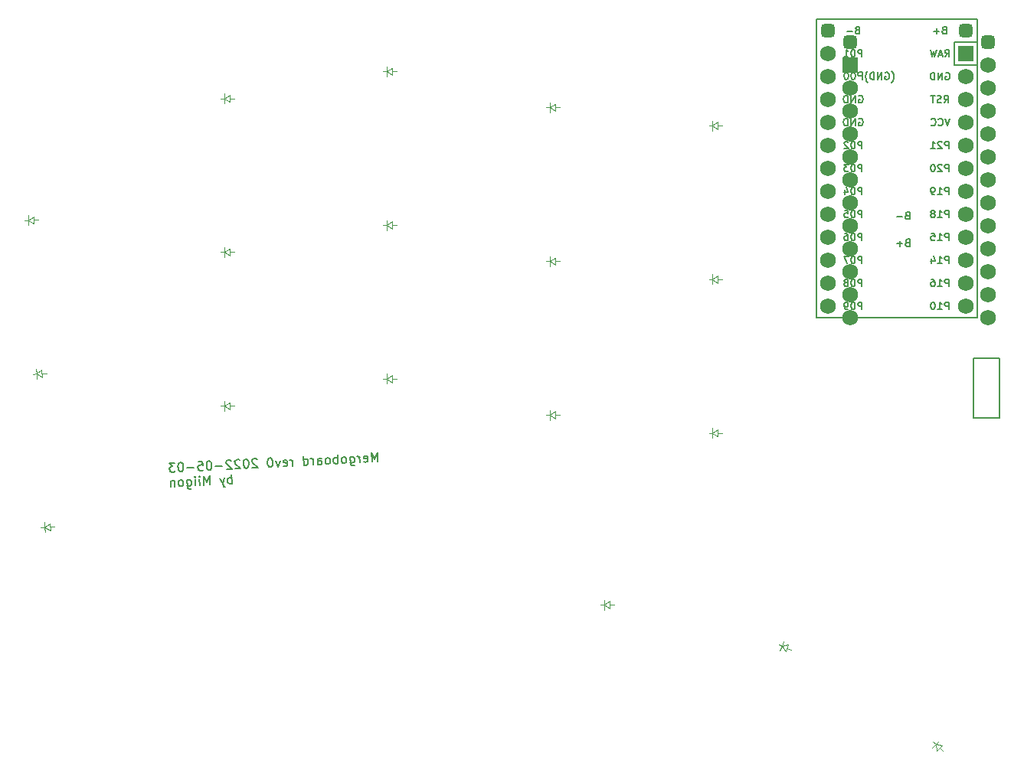
<source format=gbr>
%TF.GenerationSoftware,KiCad,Pcbnew,(6.0.4-0)*%
%TF.CreationDate,2022-05-03T20:10:54+08:00*%
%TF.ProjectId,board,626f6172-642e-46b6-9963-61645f706362,v1.0.0*%
%TF.SameCoordinates,Original*%
%TF.FileFunction,Legend,Bot*%
%TF.FilePolarity,Positive*%
%FSLAX46Y46*%
G04 Gerber Fmt 4.6, Leading zero omitted, Abs format (unit mm)*
G04 Created by KiCad (PCBNEW (6.0.4-0)) date 2022-05-03 20:10:54*
%MOMM*%
%LPD*%
G01*
G04 APERTURE LIST*
G04 Aperture macros list*
%AMRoundRect*
0 Rectangle with rounded corners*
0 $1 Rounding radius*
0 $2 $3 $4 $5 $6 $7 $8 $9 X,Y pos of 4 corners*
0 Add a 4 corners polygon primitive as box body*
4,1,4,$2,$3,$4,$5,$6,$7,$8,$9,$2,$3,0*
0 Add four circle primitives for the rounded corners*
1,1,$1+$1,$2,$3*
1,1,$1+$1,$4,$5*
1,1,$1+$1,$6,$7*
1,1,$1+$1,$8,$9*
0 Add four rect primitives between the rounded corners*
20,1,$1+$1,$2,$3,$4,$5,0*
20,1,$1+$1,$4,$5,$6,$7,0*
20,1,$1+$1,$6,$7,$8,$9,0*
20,1,$1+$1,$8,$9,$2,$3,0*%
G04 Aperture macros list end*
%ADD10C,0.150000*%
%ADD11C,0.100000*%
%ADD12R,1.752600X1.752600*%
%ADD13C,1.752600*%
%ADD14RoundRect,0.375000X-0.375000X-0.375000X0.375000X-0.375000X0.375000X0.375000X-0.375000X0.375000X0*%
G04 APERTURE END LIST*
D10*
X76133333Y-80666481D02*
X76080997Y-79667851D01*
X75785503Y-80398603D01*
X75415244Y-79702742D01*
X75467580Y-80701371D01*
X74609120Y-80698677D02*
X74706719Y-80741246D01*
X74896934Y-80731278D01*
X74989550Y-80678740D01*
X75032119Y-80581140D01*
X75012182Y-80200709D01*
X74959644Y-80108094D01*
X74862044Y-80065525D01*
X74671829Y-80075493D01*
X74579213Y-80128032D01*
X74536644Y-80225631D01*
X74541628Y-80320739D01*
X75022150Y-80390925D01*
X74136074Y-80771153D02*
X74101183Y-80105400D01*
X74111152Y-80295615D02*
X74058614Y-80202999D01*
X74008568Y-80157938D01*
X73910968Y-80115368D01*
X73815860Y-80120353D01*
X73055000Y-80160228D02*
X73097367Y-80968642D01*
X73149905Y-81061258D01*
X73199951Y-81106319D01*
X73297551Y-81148889D01*
X73440212Y-81141412D01*
X73532828Y-81088874D01*
X73087398Y-80778427D02*
X73184998Y-80820996D01*
X73375213Y-80811028D01*
X73467829Y-80758490D01*
X73512890Y-80708444D01*
X73555460Y-80610844D01*
X73540507Y-80325521D01*
X73487968Y-80232906D01*
X73437922Y-80187844D01*
X73340323Y-80145275D01*
X73150107Y-80155243D01*
X73057492Y-80207782D01*
X72471691Y-80858379D02*
X72564307Y-80805841D01*
X72609368Y-80755795D01*
X72651938Y-80658195D01*
X72636985Y-80372873D01*
X72584446Y-80280257D01*
X72534400Y-80235196D01*
X72436801Y-80192626D01*
X72294139Y-80200103D01*
X72201524Y-80252641D01*
X72156462Y-80302687D01*
X72113893Y-80400287D01*
X72128846Y-80685609D01*
X72181384Y-80778225D01*
X72231430Y-80823286D01*
X72329030Y-80865856D01*
X72471691Y-80858379D01*
X71710831Y-80898254D02*
X71658495Y-79899625D01*
X71678432Y-80280055D02*
X71580832Y-80237486D01*
X71390617Y-80247454D01*
X71298002Y-80299993D01*
X71252940Y-80350039D01*
X71210371Y-80447638D01*
X71225324Y-80732961D01*
X71277862Y-80825576D01*
X71327908Y-80870638D01*
X71425508Y-80913207D01*
X71615723Y-80903239D01*
X71708338Y-80850701D01*
X70664647Y-80953082D02*
X70757263Y-80900544D01*
X70802324Y-80850498D01*
X70844894Y-80752899D01*
X70829941Y-80467576D01*
X70777402Y-80374960D01*
X70727356Y-80329899D01*
X70629757Y-80287329D01*
X70487095Y-80294806D01*
X70394480Y-80347344D01*
X70349418Y-80397390D01*
X70306849Y-80494990D01*
X70321802Y-80780313D01*
X70374340Y-80872928D01*
X70424386Y-80917990D01*
X70521986Y-80960559D01*
X70664647Y-80953082D01*
X69475803Y-81015387D02*
X69448389Y-80492296D01*
X69490958Y-80394696D01*
X69583573Y-80342158D01*
X69773789Y-80332189D01*
X69871388Y-80374758D01*
X69473310Y-80967833D02*
X69570910Y-81010403D01*
X69808679Y-80997942D01*
X69901295Y-80945404D01*
X69943864Y-80847804D01*
X69938880Y-80752696D01*
X69886341Y-80660081D01*
X69788742Y-80617512D01*
X69550973Y-80629972D01*
X69453373Y-80587403D01*
X69000265Y-81040309D02*
X68965374Y-80374556D01*
X68975343Y-80564771D02*
X68922805Y-80472156D01*
X68872759Y-80427094D01*
X68775159Y-80384525D01*
X68680051Y-80389509D01*
X67954081Y-81095137D02*
X67901746Y-80096508D01*
X67951589Y-81047583D02*
X68049189Y-81090153D01*
X68239404Y-81080184D01*
X68332020Y-81027646D01*
X68377081Y-80977600D01*
X68419651Y-80880000D01*
X68404697Y-80594677D01*
X68352159Y-80502062D01*
X68302113Y-80457000D01*
X68204514Y-80414431D01*
X68014298Y-80424400D01*
X67921683Y-80476938D01*
X66717683Y-81159934D02*
X66682792Y-80494181D01*
X66692761Y-80684396D02*
X66640223Y-80591781D01*
X66590177Y-80546719D01*
X66492577Y-80504150D01*
X66397470Y-80509134D01*
X65716561Y-81164716D02*
X65814161Y-81207286D01*
X66004376Y-81197317D01*
X66096992Y-81144779D01*
X66139561Y-81047179D01*
X66119623Y-80666749D01*
X66067085Y-80574133D01*
X65969486Y-80531564D01*
X65779270Y-80541533D01*
X65686655Y-80594071D01*
X65644086Y-80691671D01*
X65649070Y-80786778D01*
X66129592Y-80856964D01*
X65303733Y-80566455D02*
X65100854Y-81244668D01*
X64828195Y-80591376D01*
X64240104Y-80288406D02*
X64144996Y-80293391D01*
X64052381Y-80345929D01*
X64007319Y-80395975D01*
X63964750Y-80493574D01*
X63927165Y-80686282D01*
X63939626Y-80924051D01*
X63997148Y-81111774D01*
X64049687Y-81204389D01*
X64099733Y-81249451D01*
X64197332Y-81292020D01*
X64292440Y-81287036D01*
X64385055Y-81234498D01*
X64430117Y-81184452D01*
X64472686Y-81086852D01*
X64510271Y-80894144D01*
X64497810Y-80656376D01*
X64440288Y-80468653D01*
X64387750Y-80376037D01*
X64337704Y-80330976D01*
X64240104Y-80288406D01*
X62770921Y-80460772D02*
X62720875Y-80415710D01*
X62623275Y-80373141D01*
X62385506Y-80385602D01*
X62292891Y-80438140D01*
X62247829Y-80488186D01*
X62205260Y-80585785D01*
X62210244Y-80680893D01*
X62265275Y-80821062D01*
X62865826Y-81361801D01*
X62247627Y-81394200D01*
X61577092Y-80427969D02*
X61481984Y-80432953D01*
X61389369Y-80485491D01*
X61344307Y-80535537D01*
X61301738Y-80633137D01*
X61264153Y-80825844D01*
X61276614Y-81063613D01*
X61334136Y-81251336D01*
X61386674Y-81343952D01*
X61436720Y-81389013D01*
X61534320Y-81431583D01*
X61629428Y-81426598D01*
X61722043Y-81374060D01*
X61767105Y-81324014D01*
X61809674Y-81226414D01*
X61847259Y-81033707D01*
X61834798Y-80795938D01*
X61777276Y-80608215D01*
X61724738Y-80515600D01*
X61674692Y-80470538D01*
X61577092Y-80427969D01*
X60868769Y-80560459D02*
X60818723Y-80515398D01*
X60721124Y-80472828D01*
X60483355Y-80485289D01*
X60390739Y-80537827D01*
X60345678Y-80587873D01*
X60303108Y-80685473D01*
X60308093Y-80780581D01*
X60363123Y-80920750D01*
X60963675Y-81461489D01*
X60345475Y-81493887D01*
X59917694Y-80610303D02*
X59867648Y-80565241D01*
X59770048Y-80522672D01*
X59532279Y-80535133D01*
X59439664Y-80587671D01*
X59394602Y-80637717D01*
X59352033Y-80735317D01*
X59357017Y-80830424D01*
X59412047Y-80970593D01*
X60012599Y-81511333D01*
X59394400Y-81543731D01*
X58946478Y-81185730D02*
X58185618Y-81225606D01*
X57487466Y-80642297D02*
X57392359Y-80647281D01*
X57299743Y-80699819D01*
X57254682Y-80749865D01*
X57212112Y-80847465D01*
X57174527Y-81040173D01*
X57186988Y-81277941D01*
X57244511Y-81465664D01*
X57297049Y-81558280D01*
X57347095Y-81603341D01*
X57444694Y-81645911D01*
X57539802Y-81640926D01*
X57632417Y-81588388D01*
X57677479Y-81538342D01*
X57720048Y-81440743D01*
X57757633Y-81248035D01*
X57745173Y-81010266D01*
X57687650Y-80822543D01*
X57635112Y-80729928D01*
X57585066Y-80684866D01*
X57487466Y-80642297D01*
X56251068Y-80707094D02*
X56726605Y-80682172D01*
X56799081Y-81155218D01*
X56749035Y-81110156D01*
X56651435Y-81067587D01*
X56413666Y-81080048D01*
X56321051Y-81132586D01*
X56275990Y-81182632D01*
X56233420Y-81280231D01*
X56245881Y-81518000D01*
X56298419Y-81610616D01*
X56348465Y-81655677D01*
X56446065Y-81698247D01*
X56683834Y-81685786D01*
X56776449Y-81633248D01*
X56821511Y-81583202D01*
X55807928Y-81350215D02*
X55047068Y-81390090D01*
X54348916Y-80806781D02*
X54253809Y-80811766D01*
X54161193Y-80864304D01*
X54116132Y-80914350D01*
X54073562Y-81011950D01*
X54035977Y-81204657D01*
X54048438Y-81442426D01*
X54105961Y-81630149D01*
X54158499Y-81722764D01*
X54208545Y-81767826D01*
X54306145Y-81810395D01*
X54401252Y-81805411D01*
X54493867Y-81752873D01*
X54538929Y-81702827D01*
X54581498Y-81605227D01*
X54619084Y-81412520D01*
X54606623Y-81174751D01*
X54549100Y-80987028D01*
X54496562Y-80894412D01*
X54446516Y-80849351D01*
X54348916Y-80806781D01*
X53683163Y-80841672D02*
X53064964Y-80874070D01*
X53417778Y-81237055D01*
X53275117Y-81244532D01*
X53182501Y-81297070D01*
X53137440Y-81347116D01*
X53094870Y-81444716D01*
X53107331Y-81682485D01*
X53159869Y-81775100D01*
X53209915Y-81820162D01*
X53307515Y-81862731D01*
X53592838Y-81847778D01*
X53685453Y-81795240D01*
X53730515Y-81745194D01*
X60001752Y-83124111D02*
X59949416Y-82125481D01*
X59969354Y-82505912D02*
X59871754Y-82463342D01*
X59681539Y-82473311D01*
X59588924Y-82525849D01*
X59543862Y-82575895D01*
X59501293Y-82673495D01*
X59516246Y-82958818D01*
X59568784Y-83051433D01*
X59618830Y-83096495D01*
X59716430Y-83139064D01*
X59906645Y-83129095D01*
X59999260Y-83076557D01*
X59158447Y-82500725D02*
X58955569Y-83178939D01*
X58682910Y-82525647D02*
X58955569Y-83178939D01*
X59063138Y-83411724D01*
X59113184Y-83456785D01*
X59210783Y-83499355D01*
X57576509Y-83251213D02*
X57524173Y-82252583D01*
X57228680Y-82983335D01*
X56858420Y-82287474D01*
X56910756Y-83286103D01*
X56435218Y-83311025D02*
X56400328Y-82645272D01*
X56382882Y-82312396D02*
X56432928Y-82357457D01*
X56387867Y-82407503D01*
X56337821Y-82362442D01*
X56382882Y-82312396D01*
X56387867Y-82407503D01*
X55959680Y-83335947D02*
X55924790Y-82670194D01*
X55907345Y-82337318D02*
X55957391Y-82382379D01*
X55912329Y-82432425D01*
X55862283Y-82387363D01*
X55907345Y-82337318D01*
X55912329Y-82432425D01*
X55021268Y-82717546D02*
X55063635Y-83525960D01*
X55116173Y-83618575D01*
X55166219Y-83663637D01*
X55263819Y-83706206D01*
X55406480Y-83698730D01*
X55499096Y-83646192D01*
X55053666Y-83335745D02*
X55151266Y-83378314D01*
X55341481Y-83368345D01*
X55434097Y-83315807D01*
X55479158Y-83265761D01*
X55521728Y-83168162D01*
X55506775Y-82882839D01*
X55454236Y-82790223D01*
X55404190Y-82745162D01*
X55306591Y-82702592D01*
X55116375Y-82712561D01*
X55023760Y-82765099D01*
X54437959Y-83415697D02*
X54530575Y-83363159D01*
X54575636Y-83313113D01*
X54618206Y-83215513D01*
X54603253Y-82930190D01*
X54550714Y-82837575D01*
X54500668Y-82792513D01*
X54403069Y-82749944D01*
X54260407Y-82757421D01*
X54167792Y-82809959D01*
X54122730Y-82860005D01*
X54080161Y-82957605D01*
X54095114Y-83242927D01*
X54147652Y-83335543D01*
X54197698Y-83380604D01*
X54295298Y-83423174D01*
X54437959Y-83415697D01*
X53642208Y-82789819D02*
X53677099Y-83455572D01*
X53647192Y-82884927D02*
X53597146Y-82839865D01*
X53499547Y-82797296D01*
X53356885Y-82804772D01*
X53264270Y-82857310D01*
X53221701Y-82954910D01*
X53249115Y-83478002D01*
%TO.C,PAD1*%
X134658095Y-56472857D02*
X134543809Y-56510952D01*
X134505714Y-56549047D01*
X134467619Y-56625238D01*
X134467619Y-56739523D01*
X134505714Y-56815714D01*
X134543809Y-56853809D01*
X134620000Y-56891904D01*
X134924761Y-56891904D01*
X134924761Y-56091904D01*
X134658095Y-56091904D01*
X134581904Y-56130000D01*
X134543809Y-56168095D01*
X134505714Y-56244285D01*
X134505714Y-56320476D01*
X134543809Y-56396666D01*
X134581904Y-56434761D01*
X134658095Y-56472857D01*
X134924761Y-56472857D01*
X134124761Y-56587142D02*
X133515238Y-56587142D01*
X133820000Y-56891904D02*
X133820000Y-56282380D01*
%TO.C,MCU1*%
X129279523Y-40240000D02*
X129355714Y-40201904D01*
X129470000Y-40201904D01*
X129584285Y-40240000D01*
X129660476Y-40316190D01*
X129698571Y-40392380D01*
X129736666Y-40544761D01*
X129736666Y-40659047D01*
X129698571Y-40811428D01*
X129660476Y-40887619D01*
X129584285Y-40963809D01*
X129470000Y-41001904D01*
X129393809Y-41001904D01*
X129279523Y-40963809D01*
X129241428Y-40925714D01*
X129241428Y-40659047D01*
X129393809Y-40659047D01*
X128898571Y-41001904D02*
X128898571Y-40201904D01*
X128441428Y-41001904D01*
X128441428Y-40201904D01*
X128060476Y-41001904D02*
X128060476Y-40201904D01*
X127870000Y-40201904D01*
X127755714Y-40240000D01*
X127679523Y-40316190D01*
X127641428Y-40392380D01*
X127603333Y-40544761D01*
X127603333Y-40659047D01*
X127641428Y-40811428D01*
X127679523Y-40887619D01*
X127755714Y-40963809D01*
X127870000Y-41001904D01*
X128060476Y-41001904D01*
X129279523Y-42780000D02*
X129355714Y-42741904D01*
X129470000Y-42741904D01*
X129584285Y-42780000D01*
X129660476Y-42856190D01*
X129698571Y-42932380D01*
X129736666Y-43084761D01*
X129736666Y-43199047D01*
X129698571Y-43351428D01*
X129660476Y-43427619D01*
X129584285Y-43503809D01*
X129470000Y-43541904D01*
X129393809Y-43541904D01*
X129279523Y-43503809D01*
X129241428Y-43465714D01*
X129241428Y-43199047D01*
X129393809Y-43199047D01*
X128898571Y-43541904D02*
X128898571Y-42741904D01*
X128441428Y-43541904D01*
X128441428Y-42741904D01*
X128060476Y-43541904D02*
X128060476Y-42741904D01*
X127870000Y-42741904D01*
X127755714Y-42780000D01*
X127679523Y-42856190D01*
X127641428Y-42932380D01*
X127603333Y-43084761D01*
X127603333Y-43199047D01*
X127641428Y-43351428D01*
X127679523Y-43427619D01*
X127755714Y-43503809D01*
X127870000Y-43541904D01*
X128060476Y-43541904D01*
X129641428Y-51161904D02*
X129641428Y-50361904D01*
X129336666Y-50361904D01*
X129260476Y-50400000D01*
X129222380Y-50438095D01*
X129184285Y-50514285D01*
X129184285Y-50628571D01*
X129222380Y-50704761D01*
X129260476Y-50742857D01*
X129336666Y-50780952D01*
X129641428Y-50780952D01*
X128689047Y-50361904D02*
X128612857Y-50361904D01*
X128536666Y-50400000D01*
X128498571Y-50438095D01*
X128460476Y-50514285D01*
X128422380Y-50666666D01*
X128422380Y-50857142D01*
X128460476Y-51009523D01*
X128498571Y-51085714D01*
X128536666Y-51123809D01*
X128612857Y-51161904D01*
X128689047Y-51161904D01*
X128765238Y-51123809D01*
X128803333Y-51085714D01*
X128841428Y-51009523D01*
X128879523Y-50857142D01*
X128879523Y-50666666D01*
X128841428Y-50514285D01*
X128803333Y-50438095D01*
X128765238Y-50400000D01*
X128689047Y-50361904D01*
X127736666Y-50628571D02*
X127736666Y-51161904D01*
X127927142Y-50323809D02*
X128117619Y-50895238D01*
X127622380Y-50895238D01*
X129641428Y-63861904D02*
X129641428Y-63061904D01*
X129336666Y-63061904D01*
X129260476Y-63100000D01*
X129222380Y-63138095D01*
X129184285Y-63214285D01*
X129184285Y-63328571D01*
X129222380Y-63404761D01*
X129260476Y-63442857D01*
X129336666Y-63480952D01*
X129641428Y-63480952D01*
X128689047Y-63061904D02*
X128612857Y-63061904D01*
X128536666Y-63100000D01*
X128498571Y-63138095D01*
X128460476Y-63214285D01*
X128422380Y-63366666D01*
X128422380Y-63557142D01*
X128460476Y-63709523D01*
X128498571Y-63785714D01*
X128536666Y-63823809D01*
X128612857Y-63861904D01*
X128689047Y-63861904D01*
X128765238Y-63823809D01*
X128803333Y-63785714D01*
X128841428Y-63709523D01*
X128879523Y-63557142D01*
X128879523Y-63366666D01*
X128841428Y-63214285D01*
X128803333Y-63138095D01*
X128765238Y-63100000D01*
X128689047Y-63061904D01*
X128041428Y-63861904D02*
X127889047Y-63861904D01*
X127812857Y-63823809D01*
X127774761Y-63785714D01*
X127698571Y-63671428D01*
X127660476Y-63519047D01*
X127660476Y-63214285D01*
X127698571Y-63138095D01*
X127736666Y-63100000D01*
X127812857Y-63061904D01*
X127965238Y-63061904D01*
X128041428Y-63100000D01*
X128079523Y-63138095D01*
X128117619Y-63214285D01*
X128117619Y-63404761D01*
X128079523Y-63480952D01*
X128041428Y-63519047D01*
X127965238Y-63557142D01*
X127812857Y-63557142D01*
X127736666Y-63519047D01*
X127698571Y-63480952D01*
X127660476Y-63404761D01*
X132930054Y-38740256D02*
X132968149Y-38702161D01*
X133044339Y-38587875D01*
X133082435Y-38511685D01*
X133120530Y-38397399D01*
X133158625Y-38206923D01*
X133158625Y-38054542D01*
X133120530Y-37864066D01*
X133082435Y-37749780D01*
X133044339Y-37673590D01*
X132968149Y-37559304D01*
X132930054Y-37521209D01*
X132206244Y-37673590D02*
X132282435Y-37635494D01*
X132396720Y-37635494D01*
X132511006Y-37673590D01*
X132587196Y-37749780D01*
X132625292Y-37825970D01*
X132663387Y-37978351D01*
X132663387Y-38092637D01*
X132625292Y-38245018D01*
X132587196Y-38321209D01*
X132511006Y-38397399D01*
X132396720Y-38435494D01*
X132320530Y-38435494D01*
X132206244Y-38397399D01*
X132168149Y-38359304D01*
X132168149Y-38092637D01*
X132320530Y-38092637D01*
X131825292Y-38435494D02*
X131825292Y-37635494D01*
X131368149Y-38435494D01*
X131368149Y-37635494D01*
X130987196Y-38435494D02*
X130987196Y-37635494D01*
X130796720Y-37635494D01*
X130682435Y-37673590D01*
X130606244Y-37749780D01*
X130568149Y-37825970D01*
X130530054Y-37978351D01*
X130530054Y-38092637D01*
X130568149Y-38245018D01*
X130606244Y-38321209D01*
X130682435Y-38397399D01*
X130796720Y-38435494D01*
X130987196Y-38435494D01*
X130263387Y-38740256D02*
X130225292Y-38702161D01*
X130149101Y-38587875D01*
X130111006Y-38511685D01*
X130072911Y-38397399D01*
X130034816Y-38206923D01*
X130034816Y-38054542D01*
X130072911Y-37864066D01*
X130111006Y-37749780D01*
X130149101Y-37673590D01*
X130225292Y-37559304D01*
X130263387Y-37521209D01*
X129653863Y-38435494D02*
X129653863Y-37635494D01*
X129349101Y-37635494D01*
X129272911Y-37673590D01*
X129234816Y-37711685D01*
X129196720Y-37787875D01*
X129196720Y-37902161D01*
X129234816Y-37978351D01*
X129272911Y-38016447D01*
X129349101Y-38054542D01*
X129653863Y-38054542D01*
X128701482Y-37635494D02*
X128625292Y-37635494D01*
X128549101Y-37673590D01*
X128511006Y-37711685D01*
X128472911Y-37787875D01*
X128434816Y-37940256D01*
X128434816Y-38130732D01*
X128472911Y-38283113D01*
X128511006Y-38359304D01*
X128549101Y-38397399D01*
X128625292Y-38435494D01*
X128701482Y-38435494D01*
X128777673Y-38397399D01*
X128815768Y-38359304D01*
X128853863Y-38283113D01*
X128891958Y-38130732D01*
X128891958Y-37940256D01*
X128853863Y-37787875D01*
X128815768Y-37711685D01*
X128777673Y-37673590D01*
X128701482Y-37635494D01*
X127939577Y-37635494D02*
X127863387Y-37635494D01*
X127787196Y-37673590D01*
X127749101Y-37711685D01*
X127711006Y-37787875D01*
X127672911Y-37940256D01*
X127672911Y-38130732D01*
X127711006Y-38283113D01*
X127749101Y-38359304D01*
X127787196Y-38397399D01*
X127863387Y-38435494D01*
X127939577Y-38435494D01*
X128015768Y-38397399D01*
X128053863Y-38359304D01*
X128091958Y-38283113D01*
X128130054Y-38130732D01*
X128130054Y-37940256D01*
X128091958Y-37787875D01*
X128053863Y-37711685D01*
X128015768Y-37673590D01*
X127939577Y-37635494D01*
X138822380Y-35921904D02*
X139089047Y-35540952D01*
X139279523Y-35921904D02*
X139279523Y-35121904D01*
X138974761Y-35121904D01*
X138898571Y-35160000D01*
X138860476Y-35198095D01*
X138822380Y-35274285D01*
X138822380Y-35388571D01*
X138860476Y-35464761D01*
X138898571Y-35502857D01*
X138974761Y-35540952D01*
X139279523Y-35540952D01*
X138517619Y-35693333D02*
X138136666Y-35693333D01*
X138593809Y-35921904D02*
X138327142Y-35121904D01*
X138060476Y-35921904D01*
X137870000Y-35121904D02*
X137679523Y-35921904D01*
X137527142Y-35350476D01*
X137374761Y-35921904D01*
X137184285Y-35121904D01*
X139336666Y-42741904D02*
X139070000Y-43541904D01*
X138803333Y-42741904D01*
X138079523Y-43465714D02*
X138117619Y-43503809D01*
X138231904Y-43541904D01*
X138308095Y-43541904D01*
X138422380Y-43503809D01*
X138498571Y-43427619D01*
X138536666Y-43351428D01*
X138574761Y-43199047D01*
X138574761Y-43084761D01*
X138536666Y-42932380D01*
X138498571Y-42856190D01*
X138422380Y-42780000D01*
X138308095Y-42741904D01*
X138231904Y-42741904D01*
X138117619Y-42780000D01*
X138079523Y-42818095D01*
X137279523Y-43465714D02*
X137317619Y-43503809D01*
X137431904Y-43541904D01*
X137508095Y-43541904D01*
X137622380Y-43503809D01*
X137698571Y-43427619D01*
X137736666Y-43351428D01*
X137774761Y-43199047D01*
X137774761Y-43084761D01*
X137736666Y-42932380D01*
X137698571Y-42856190D01*
X137622380Y-42780000D01*
X137508095Y-42741904D01*
X137431904Y-42741904D01*
X137317619Y-42780000D01*
X137279523Y-42818095D01*
X138708095Y-41001904D02*
X138974761Y-40620952D01*
X139165238Y-41001904D02*
X139165238Y-40201904D01*
X138860476Y-40201904D01*
X138784285Y-40240000D01*
X138746190Y-40278095D01*
X138708095Y-40354285D01*
X138708095Y-40468571D01*
X138746190Y-40544761D01*
X138784285Y-40582857D01*
X138860476Y-40620952D01*
X139165238Y-40620952D01*
X138403333Y-40963809D02*
X138289047Y-41001904D01*
X138098571Y-41001904D01*
X138022380Y-40963809D01*
X137984285Y-40925714D01*
X137946190Y-40849523D01*
X137946190Y-40773333D01*
X137984285Y-40697142D01*
X138022380Y-40659047D01*
X138098571Y-40620952D01*
X138250952Y-40582857D01*
X138327142Y-40544761D01*
X138365238Y-40506666D01*
X138403333Y-40430476D01*
X138403333Y-40354285D01*
X138365238Y-40278095D01*
X138327142Y-40240000D01*
X138250952Y-40201904D01*
X138060476Y-40201904D01*
X137946190Y-40240000D01*
X137717619Y-40201904D02*
X137260476Y-40201904D01*
X137489047Y-41001904D02*
X137489047Y-40201904D01*
X129641428Y-53701904D02*
X129641428Y-52901904D01*
X129336666Y-52901904D01*
X129260476Y-52940000D01*
X129222380Y-52978095D01*
X129184285Y-53054285D01*
X129184285Y-53168571D01*
X129222380Y-53244761D01*
X129260476Y-53282857D01*
X129336666Y-53320952D01*
X129641428Y-53320952D01*
X128689047Y-52901904D02*
X128612857Y-52901904D01*
X128536666Y-52940000D01*
X128498571Y-52978095D01*
X128460476Y-53054285D01*
X128422380Y-53206666D01*
X128422380Y-53397142D01*
X128460476Y-53549523D01*
X128498571Y-53625714D01*
X128536666Y-53663809D01*
X128612857Y-53701904D01*
X128689047Y-53701904D01*
X128765238Y-53663809D01*
X128803333Y-53625714D01*
X128841428Y-53549523D01*
X128879523Y-53397142D01*
X128879523Y-53206666D01*
X128841428Y-53054285D01*
X128803333Y-52978095D01*
X128765238Y-52940000D01*
X128689047Y-52901904D01*
X127698571Y-52901904D02*
X128079523Y-52901904D01*
X128117619Y-53282857D01*
X128079523Y-53244761D01*
X128003333Y-53206666D01*
X127812857Y-53206666D01*
X127736666Y-53244761D01*
X127698571Y-53282857D01*
X127660476Y-53359047D01*
X127660476Y-53549523D01*
X127698571Y-53625714D01*
X127736666Y-53663809D01*
X127812857Y-53701904D01*
X128003333Y-53701904D01*
X128079523Y-53663809D01*
X128117619Y-53625714D01*
X129641428Y-56241904D02*
X129641428Y-55441904D01*
X129336666Y-55441904D01*
X129260476Y-55480000D01*
X129222380Y-55518095D01*
X129184285Y-55594285D01*
X129184285Y-55708571D01*
X129222380Y-55784761D01*
X129260476Y-55822857D01*
X129336666Y-55860952D01*
X129641428Y-55860952D01*
X128689047Y-55441904D02*
X128612857Y-55441904D01*
X128536666Y-55480000D01*
X128498571Y-55518095D01*
X128460476Y-55594285D01*
X128422380Y-55746666D01*
X128422380Y-55937142D01*
X128460476Y-56089523D01*
X128498571Y-56165714D01*
X128536666Y-56203809D01*
X128612857Y-56241904D01*
X128689047Y-56241904D01*
X128765238Y-56203809D01*
X128803333Y-56165714D01*
X128841428Y-56089523D01*
X128879523Y-55937142D01*
X128879523Y-55746666D01*
X128841428Y-55594285D01*
X128803333Y-55518095D01*
X128765238Y-55480000D01*
X128689047Y-55441904D01*
X127736666Y-55441904D02*
X127889047Y-55441904D01*
X127965238Y-55480000D01*
X128003333Y-55518095D01*
X128079523Y-55632380D01*
X128117619Y-55784761D01*
X128117619Y-56089523D01*
X128079523Y-56165714D01*
X128041428Y-56203809D01*
X127965238Y-56241904D01*
X127812857Y-56241904D01*
X127736666Y-56203809D01*
X127698571Y-56165714D01*
X127660476Y-56089523D01*
X127660476Y-55899047D01*
X127698571Y-55822857D01*
X127736666Y-55784761D01*
X127812857Y-55746666D01*
X127965238Y-55746666D01*
X128041428Y-55784761D01*
X128079523Y-55822857D01*
X128117619Y-55899047D01*
X129641428Y-48621904D02*
X129641428Y-47821904D01*
X129336666Y-47821904D01*
X129260476Y-47860000D01*
X129222380Y-47898095D01*
X129184285Y-47974285D01*
X129184285Y-48088571D01*
X129222380Y-48164761D01*
X129260476Y-48202857D01*
X129336666Y-48240952D01*
X129641428Y-48240952D01*
X128689047Y-47821904D02*
X128612857Y-47821904D01*
X128536666Y-47860000D01*
X128498571Y-47898095D01*
X128460476Y-47974285D01*
X128422380Y-48126666D01*
X128422380Y-48317142D01*
X128460476Y-48469523D01*
X128498571Y-48545714D01*
X128536666Y-48583809D01*
X128612857Y-48621904D01*
X128689047Y-48621904D01*
X128765238Y-48583809D01*
X128803333Y-48545714D01*
X128841428Y-48469523D01*
X128879523Y-48317142D01*
X128879523Y-48126666D01*
X128841428Y-47974285D01*
X128803333Y-47898095D01*
X128765238Y-47860000D01*
X128689047Y-47821904D01*
X128155714Y-47821904D02*
X127660476Y-47821904D01*
X127927142Y-48126666D01*
X127812857Y-48126666D01*
X127736666Y-48164761D01*
X127698571Y-48202857D01*
X127660476Y-48279047D01*
X127660476Y-48469523D01*
X127698571Y-48545714D01*
X127736666Y-48583809D01*
X127812857Y-48621904D01*
X128041428Y-48621904D01*
X128117619Y-48583809D01*
X128155714Y-48545714D01*
X129641428Y-61321904D02*
X129641428Y-60521904D01*
X129336666Y-60521904D01*
X129260476Y-60560000D01*
X129222380Y-60598095D01*
X129184285Y-60674285D01*
X129184285Y-60788571D01*
X129222380Y-60864761D01*
X129260476Y-60902857D01*
X129336666Y-60940952D01*
X129641428Y-60940952D01*
X128689047Y-60521904D02*
X128612857Y-60521904D01*
X128536666Y-60560000D01*
X128498571Y-60598095D01*
X128460476Y-60674285D01*
X128422380Y-60826666D01*
X128422380Y-61017142D01*
X128460476Y-61169523D01*
X128498571Y-61245714D01*
X128536666Y-61283809D01*
X128612857Y-61321904D01*
X128689047Y-61321904D01*
X128765238Y-61283809D01*
X128803333Y-61245714D01*
X128841428Y-61169523D01*
X128879523Y-61017142D01*
X128879523Y-60826666D01*
X128841428Y-60674285D01*
X128803333Y-60598095D01*
X128765238Y-60560000D01*
X128689047Y-60521904D01*
X127965238Y-60864761D02*
X128041428Y-60826666D01*
X128079523Y-60788571D01*
X128117619Y-60712380D01*
X128117619Y-60674285D01*
X128079523Y-60598095D01*
X128041428Y-60560000D01*
X127965238Y-60521904D01*
X127812857Y-60521904D01*
X127736666Y-60560000D01*
X127698571Y-60598095D01*
X127660476Y-60674285D01*
X127660476Y-60712380D01*
X127698571Y-60788571D01*
X127736666Y-60826666D01*
X127812857Y-60864761D01*
X127965238Y-60864761D01*
X128041428Y-60902857D01*
X128079523Y-60940952D01*
X128117619Y-61017142D01*
X128117619Y-61169523D01*
X128079523Y-61245714D01*
X128041428Y-61283809D01*
X127965238Y-61321904D01*
X127812857Y-61321904D01*
X127736666Y-61283809D01*
X127698571Y-61245714D01*
X127660476Y-61169523D01*
X127660476Y-61017142D01*
X127698571Y-60940952D01*
X127736666Y-60902857D01*
X127812857Y-60864761D01*
X139241428Y-51161904D02*
X139241428Y-50361904D01*
X138936666Y-50361904D01*
X138860476Y-50400000D01*
X138822380Y-50438095D01*
X138784285Y-50514285D01*
X138784285Y-50628571D01*
X138822380Y-50704761D01*
X138860476Y-50742857D01*
X138936666Y-50780952D01*
X139241428Y-50780952D01*
X138022380Y-51161904D02*
X138479523Y-51161904D01*
X138250952Y-51161904D02*
X138250952Y-50361904D01*
X138327142Y-50476190D01*
X138403333Y-50552380D01*
X138479523Y-50590476D01*
X137641428Y-51161904D02*
X137489047Y-51161904D01*
X137412857Y-51123809D01*
X137374761Y-51085714D01*
X137298571Y-50971428D01*
X137260476Y-50819047D01*
X137260476Y-50514285D01*
X137298571Y-50438095D01*
X137336666Y-50400000D01*
X137412857Y-50361904D01*
X137565238Y-50361904D01*
X137641428Y-50400000D01*
X137679523Y-50438095D01*
X137717619Y-50514285D01*
X137717619Y-50704761D01*
X137679523Y-50780952D01*
X137641428Y-50819047D01*
X137565238Y-50857142D01*
X137412857Y-50857142D01*
X137336666Y-50819047D01*
X137298571Y-50780952D01*
X137260476Y-50704761D01*
X139241428Y-56241904D02*
X139241428Y-55441904D01*
X138936666Y-55441904D01*
X138860476Y-55480000D01*
X138822380Y-55518095D01*
X138784285Y-55594285D01*
X138784285Y-55708571D01*
X138822380Y-55784761D01*
X138860476Y-55822857D01*
X138936666Y-55860952D01*
X139241428Y-55860952D01*
X138022380Y-56241904D02*
X138479523Y-56241904D01*
X138250952Y-56241904D02*
X138250952Y-55441904D01*
X138327142Y-55556190D01*
X138403333Y-55632380D01*
X138479523Y-55670476D01*
X137298571Y-55441904D02*
X137679523Y-55441904D01*
X137717619Y-55822857D01*
X137679523Y-55784761D01*
X137603333Y-55746666D01*
X137412857Y-55746666D01*
X137336666Y-55784761D01*
X137298571Y-55822857D01*
X137260476Y-55899047D01*
X137260476Y-56089523D01*
X137298571Y-56165714D01*
X137336666Y-56203809D01*
X137412857Y-56241904D01*
X137603333Y-56241904D01*
X137679523Y-56203809D01*
X137717619Y-56165714D01*
X139241428Y-61321904D02*
X139241428Y-60521904D01*
X138936666Y-60521904D01*
X138860476Y-60560000D01*
X138822380Y-60598095D01*
X138784285Y-60674285D01*
X138784285Y-60788571D01*
X138822380Y-60864761D01*
X138860476Y-60902857D01*
X138936666Y-60940952D01*
X139241428Y-60940952D01*
X138022380Y-61321904D02*
X138479523Y-61321904D01*
X138250952Y-61321904D02*
X138250952Y-60521904D01*
X138327142Y-60636190D01*
X138403333Y-60712380D01*
X138479523Y-60750476D01*
X137336666Y-60521904D02*
X137489047Y-60521904D01*
X137565238Y-60560000D01*
X137603333Y-60598095D01*
X137679523Y-60712380D01*
X137717619Y-60864761D01*
X137717619Y-61169523D01*
X137679523Y-61245714D01*
X137641428Y-61283809D01*
X137565238Y-61321904D01*
X137412857Y-61321904D01*
X137336666Y-61283809D01*
X137298571Y-61245714D01*
X137260476Y-61169523D01*
X137260476Y-60979047D01*
X137298571Y-60902857D01*
X137336666Y-60864761D01*
X137412857Y-60826666D01*
X137565238Y-60826666D01*
X137641428Y-60864761D01*
X137679523Y-60902857D01*
X137717619Y-60979047D01*
X139241428Y-46081904D02*
X139241428Y-45281904D01*
X138936666Y-45281904D01*
X138860476Y-45320000D01*
X138822380Y-45358095D01*
X138784285Y-45434285D01*
X138784285Y-45548571D01*
X138822380Y-45624761D01*
X138860476Y-45662857D01*
X138936666Y-45700952D01*
X139241428Y-45700952D01*
X138479523Y-45358095D02*
X138441428Y-45320000D01*
X138365238Y-45281904D01*
X138174761Y-45281904D01*
X138098571Y-45320000D01*
X138060476Y-45358095D01*
X138022380Y-45434285D01*
X138022380Y-45510476D01*
X138060476Y-45624761D01*
X138517619Y-46081904D01*
X138022380Y-46081904D01*
X137260476Y-46081904D02*
X137717619Y-46081904D01*
X137489047Y-46081904D02*
X137489047Y-45281904D01*
X137565238Y-45396190D01*
X137641428Y-45472380D01*
X137717619Y-45510476D01*
X139241428Y-63861904D02*
X139241428Y-63061904D01*
X138936666Y-63061904D01*
X138860476Y-63100000D01*
X138822380Y-63138095D01*
X138784285Y-63214285D01*
X138784285Y-63328571D01*
X138822380Y-63404761D01*
X138860476Y-63442857D01*
X138936666Y-63480952D01*
X139241428Y-63480952D01*
X138022380Y-63861904D02*
X138479523Y-63861904D01*
X138250952Y-63861904D02*
X138250952Y-63061904D01*
X138327142Y-63176190D01*
X138403333Y-63252380D01*
X138479523Y-63290476D01*
X137527142Y-63061904D02*
X137450952Y-63061904D01*
X137374761Y-63100000D01*
X137336666Y-63138095D01*
X137298571Y-63214285D01*
X137260476Y-63366666D01*
X137260476Y-63557142D01*
X137298571Y-63709523D01*
X137336666Y-63785714D01*
X137374761Y-63823809D01*
X137450952Y-63861904D01*
X137527142Y-63861904D01*
X137603333Y-63823809D01*
X137641428Y-63785714D01*
X137679523Y-63709523D01*
X137717619Y-63557142D01*
X137717619Y-63366666D01*
X137679523Y-63214285D01*
X137641428Y-63138095D01*
X137603333Y-63100000D01*
X137527142Y-63061904D01*
X138879523Y-37700000D02*
X138955714Y-37661904D01*
X139070000Y-37661904D01*
X139184285Y-37700000D01*
X139260476Y-37776190D01*
X139298571Y-37852380D01*
X139336666Y-38004761D01*
X139336666Y-38119047D01*
X139298571Y-38271428D01*
X139260476Y-38347619D01*
X139184285Y-38423809D01*
X139070000Y-38461904D01*
X138993809Y-38461904D01*
X138879523Y-38423809D01*
X138841428Y-38385714D01*
X138841428Y-38119047D01*
X138993809Y-38119047D01*
X138498571Y-38461904D02*
X138498571Y-37661904D01*
X138041428Y-38461904D01*
X138041428Y-37661904D01*
X137660476Y-38461904D02*
X137660476Y-37661904D01*
X137470000Y-37661904D01*
X137355714Y-37700000D01*
X137279523Y-37776190D01*
X137241428Y-37852380D01*
X137203333Y-38004761D01*
X137203333Y-38119047D01*
X137241428Y-38271428D01*
X137279523Y-38347619D01*
X137355714Y-38423809D01*
X137470000Y-38461904D01*
X137660476Y-38461904D01*
X129641428Y-46081904D02*
X129641428Y-45281904D01*
X129336666Y-45281904D01*
X129260476Y-45320000D01*
X129222380Y-45358095D01*
X129184285Y-45434285D01*
X129184285Y-45548571D01*
X129222380Y-45624761D01*
X129260476Y-45662857D01*
X129336666Y-45700952D01*
X129641428Y-45700952D01*
X128689047Y-45281904D02*
X128612857Y-45281904D01*
X128536666Y-45320000D01*
X128498571Y-45358095D01*
X128460476Y-45434285D01*
X128422380Y-45586666D01*
X128422380Y-45777142D01*
X128460476Y-45929523D01*
X128498571Y-46005714D01*
X128536666Y-46043809D01*
X128612857Y-46081904D01*
X128689047Y-46081904D01*
X128765238Y-46043809D01*
X128803333Y-46005714D01*
X128841428Y-45929523D01*
X128879523Y-45777142D01*
X128879523Y-45586666D01*
X128841428Y-45434285D01*
X128803333Y-45358095D01*
X128765238Y-45320000D01*
X128689047Y-45281904D01*
X128117619Y-45358095D02*
X128079523Y-45320000D01*
X128003333Y-45281904D01*
X127812857Y-45281904D01*
X127736666Y-45320000D01*
X127698571Y-45358095D01*
X127660476Y-45434285D01*
X127660476Y-45510476D01*
X127698571Y-45624761D01*
X128155714Y-46081904D01*
X127660476Y-46081904D01*
X129641428Y-58781904D02*
X129641428Y-57981904D01*
X129336666Y-57981904D01*
X129260476Y-58020000D01*
X129222380Y-58058095D01*
X129184285Y-58134285D01*
X129184285Y-58248571D01*
X129222380Y-58324761D01*
X129260476Y-58362857D01*
X129336666Y-58400952D01*
X129641428Y-58400952D01*
X128689047Y-57981904D02*
X128612857Y-57981904D01*
X128536666Y-58020000D01*
X128498571Y-58058095D01*
X128460476Y-58134285D01*
X128422380Y-58286666D01*
X128422380Y-58477142D01*
X128460476Y-58629523D01*
X128498571Y-58705714D01*
X128536666Y-58743809D01*
X128612857Y-58781904D01*
X128689047Y-58781904D01*
X128765238Y-58743809D01*
X128803333Y-58705714D01*
X128841428Y-58629523D01*
X128879523Y-58477142D01*
X128879523Y-58286666D01*
X128841428Y-58134285D01*
X128803333Y-58058095D01*
X128765238Y-58020000D01*
X128689047Y-57981904D01*
X128155714Y-57981904D02*
X127622380Y-57981904D01*
X127965238Y-58781904D01*
X139241428Y-48621904D02*
X139241428Y-47821904D01*
X138936666Y-47821904D01*
X138860476Y-47860000D01*
X138822380Y-47898095D01*
X138784285Y-47974285D01*
X138784285Y-48088571D01*
X138822380Y-48164761D01*
X138860476Y-48202857D01*
X138936666Y-48240952D01*
X139241428Y-48240952D01*
X138479523Y-47898095D02*
X138441428Y-47860000D01*
X138365238Y-47821904D01*
X138174761Y-47821904D01*
X138098571Y-47860000D01*
X138060476Y-47898095D01*
X138022380Y-47974285D01*
X138022380Y-48050476D01*
X138060476Y-48164761D01*
X138517619Y-48621904D01*
X138022380Y-48621904D01*
X137527142Y-47821904D02*
X137450952Y-47821904D01*
X137374761Y-47860000D01*
X137336666Y-47898095D01*
X137298571Y-47974285D01*
X137260476Y-48126666D01*
X137260476Y-48317142D01*
X137298571Y-48469523D01*
X137336666Y-48545714D01*
X137374761Y-48583809D01*
X137450952Y-48621904D01*
X137527142Y-48621904D01*
X137603333Y-48583809D01*
X137641428Y-48545714D01*
X137679523Y-48469523D01*
X137717619Y-48317142D01*
X137717619Y-48126666D01*
X137679523Y-47974285D01*
X137641428Y-47898095D01*
X137603333Y-47860000D01*
X137527142Y-47821904D01*
X129641428Y-35921904D02*
X129641428Y-35121904D01*
X129336666Y-35121904D01*
X129260476Y-35160000D01*
X129222380Y-35198095D01*
X129184285Y-35274285D01*
X129184285Y-35388571D01*
X129222380Y-35464761D01*
X129260476Y-35502857D01*
X129336666Y-35540952D01*
X129641428Y-35540952D01*
X128689047Y-35121904D02*
X128612857Y-35121904D01*
X128536666Y-35160000D01*
X128498571Y-35198095D01*
X128460476Y-35274285D01*
X128422380Y-35426666D01*
X128422380Y-35617142D01*
X128460476Y-35769523D01*
X128498571Y-35845714D01*
X128536666Y-35883809D01*
X128612857Y-35921904D01*
X128689047Y-35921904D01*
X128765238Y-35883809D01*
X128803333Y-35845714D01*
X128841428Y-35769523D01*
X128879523Y-35617142D01*
X128879523Y-35426666D01*
X128841428Y-35274285D01*
X128803333Y-35198095D01*
X128765238Y-35160000D01*
X128689047Y-35121904D01*
X127660476Y-35921904D02*
X128117619Y-35921904D01*
X127889047Y-35921904D02*
X127889047Y-35121904D01*
X127965238Y-35236190D01*
X128041428Y-35312380D01*
X128117619Y-35350476D01*
X139241428Y-58781904D02*
X139241428Y-57981904D01*
X138936666Y-57981904D01*
X138860476Y-58020000D01*
X138822380Y-58058095D01*
X138784285Y-58134285D01*
X138784285Y-58248571D01*
X138822380Y-58324761D01*
X138860476Y-58362857D01*
X138936666Y-58400952D01*
X139241428Y-58400952D01*
X138022380Y-58781904D02*
X138479523Y-58781904D01*
X138250952Y-58781904D02*
X138250952Y-57981904D01*
X138327142Y-58096190D01*
X138403333Y-58172380D01*
X138479523Y-58210476D01*
X137336666Y-58248571D02*
X137336666Y-58781904D01*
X137527142Y-57943809D02*
X137717619Y-58515238D01*
X137222380Y-58515238D01*
X138708095Y-32962857D02*
X138593809Y-33000952D01*
X138555714Y-33039047D01*
X138517619Y-33115238D01*
X138517619Y-33229523D01*
X138555714Y-33305714D01*
X138593809Y-33343809D01*
X138670000Y-33381904D01*
X138974761Y-33381904D01*
X138974761Y-32581904D01*
X138708095Y-32581904D01*
X138631904Y-32620000D01*
X138593809Y-32658095D01*
X138555714Y-32734285D01*
X138555714Y-32810476D01*
X138593809Y-32886666D01*
X138631904Y-32924761D01*
X138708095Y-32962857D01*
X138974761Y-32962857D01*
X138174761Y-33077142D02*
X137565238Y-33077142D01*
X137870000Y-33381904D02*
X137870000Y-32772380D01*
X139241428Y-53701904D02*
X139241428Y-52901904D01*
X138936666Y-52901904D01*
X138860476Y-52940000D01*
X138822380Y-52978095D01*
X138784285Y-53054285D01*
X138784285Y-53168571D01*
X138822380Y-53244761D01*
X138860476Y-53282857D01*
X138936666Y-53320952D01*
X139241428Y-53320952D01*
X138022380Y-53701904D02*
X138479523Y-53701904D01*
X138250952Y-53701904D02*
X138250952Y-52901904D01*
X138327142Y-53016190D01*
X138403333Y-53092380D01*
X138479523Y-53130476D01*
X137565238Y-53244761D02*
X137641428Y-53206666D01*
X137679523Y-53168571D01*
X137717619Y-53092380D01*
X137717619Y-53054285D01*
X137679523Y-52978095D01*
X137641428Y-52940000D01*
X137565238Y-52901904D01*
X137412857Y-52901904D01*
X137336666Y-52940000D01*
X137298571Y-52978095D01*
X137260476Y-53054285D01*
X137260476Y-53092380D01*
X137298571Y-53168571D01*
X137336666Y-53206666D01*
X137412857Y-53244761D01*
X137565238Y-53244761D01*
X137641428Y-53282857D01*
X137679523Y-53320952D01*
X137717619Y-53397142D01*
X137717619Y-53549523D01*
X137679523Y-53625714D01*
X137641428Y-53663809D01*
X137565238Y-53701904D01*
X137412857Y-53701904D01*
X137336666Y-53663809D01*
X137298571Y-53625714D01*
X137260476Y-53549523D01*
X137260476Y-53397142D01*
X137298571Y-53320952D01*
X137336666Y-53282857D01*
X137412857Y-53244761D01*
X129108095Y-32962857D02*
X128993809Y-33000952D01*
X128955714Y-33039047D01*
X128917619Y-33115238D01*
X128917619Y-33229523D01*
X128955714Y-33305714D01*
X128993809Y-33343809D01*
X129070000Y-33381904D01*
X129374761Y-33381904D01*
X129374761Y-32581904D01*
X129108095Y-32581904D01*
X129031904Y-32620000D01*
X128993809Y-32658095D01*
X128955714Y-32734285D01*
X128955714Y-32810476D01*
X128993809Y-32886666D01*
X129031904Y-32924761D01*
X129108095Y-32962857D01*
X129374761Y-32962857D01*
X128574761Y-33077142D02*
X127965238Y-33077142D01*
%TO.C,PAD2*%
X134658095Y-53472857D02*
X134543809Y-53510952D01*
X134505714Y-53549047D01*
X134467619Y-53625238D01*
X134467619Y-53739523D01*
X134505714Y-53815714D01*
X134543809Y-53853809D01*
X134620000Y-53891904D01*
X134924761Y-53891904D01*
X134924761Y-53091904D01*
X134658095Y-53091904D01*
X134581904Y-53130000D01*
X134543809Y-53168095D01*
X134505714Y-53244285D01*
X134505714Y-53320476D01*
X134543809Y-53396666D01*
X134581904Y-53434761D01*
X134658095Y-53472857D01*
X134924761Y-53472857D01*
X134124761Y-53587142D02*
X133515238Y-53587142D01*
D11*
%TO.C,D14*%
X113120000Y-60530000D02*
X113120000Y-59980000D01*
X113720000Y-60130000D02*
X113720000Y-60930000D01*
X113720000Y-60930000D02*
X113120000Y-60530000D01*
X113720000Y-60530000D02*
X114220000Y-60530000D01*
X113120000Y-60530000D02*
X113720000Y-60130000D01*
X112720000Y-60530000D02*
X113120000Y-60530000D01*
X113120000Y-60530000D02*
X113120000Y-61080000D01*
%TO.C,D17*%
X120417449Y-100941937D02*
X120788323Y-101091780D01*
X120788323Y-101091780D02*
X121494476Y-100945670D01*
X121494476Y-100945670D02*
X121194790Y-101687417D01*
X121194790Y-101687417D02*
X120788323Y-101091780D01*
X121344633Y-101316544D02*
X121808225Y-101503847D01*
X120788323Y-101091780D02*
X120582289Y-101601731D01*
X120788323Y-101091780D02*
X120994356Y-100581829D01*
%TO.C,D15*%
X113120000Y-43530000D02*
X113120000Y-42980000D01*
X113720000Y-43130000D02*
X113720000Y-43930000D01*
X113720000Y-43530000D02*
X114220000Y-43530000D01*
X113120000Y-43530000D02*
X113120000Y-44080000D01*
X113720000Y-43930000D02*
X113120000Y-43530000D01*
X113120000Y-43530000D02*
X113720000Y-43130000D01*
X112720000Y-43530000D02*
X113120000Y-43530000D01*
%TO.C,D18*%
X138492717Y-112098214D02*
X137936991Y-112673686D01*
X137783250Y-111969155D02*
X137401188Y-112364791D01*
X137495514Y-111691291D02*
X137783250Y-111969155D01*
X138214854Y-112385950D02*
X138574524Y-112733279D01*
X137936991Y-112673686D02*
X137783250Y-111969155D01*
X137783250Y-111969155D02*
X138492717Y-112098214D01*
X137783250Y-111969155D02*
X138165312Y-111573518D01*
%TO.C,D1*%
X39278834Y-87957909D02*
X39250049Y-87408662D01*
X39878011Y-87926507D02*
X40377326Y-87900339D01*
X39898946Y-88325959D02*
X39278834Y-87957909D01*
X38879382Y-87978843D02*
X39278834Y-87957909D01*
X39857077Y-87527055D02*
X39898946Y-88325959D01*
X39278834Y-87957909D02*
X39307618Y-88507155D01*
X39278834Y-87957909D02*
X39857077Y-87527055D01*
%TO.C,D16*%
X101120000Y-96530000D02*
X101720000Y-96130000D01*
X100720000Y-96530000D02*
X101120000Y-96530000D01*
X101720000Y-96530000D02*
X102220000Y-96530000D01*
X101720000Y-96930000D02*
X101120000Y-96530000D01*
X101120000Y-96530000D02*
X101120000Y-97080000D01*
X101720000Y-96130000D02*
X101720000Y-96930000D01*
X101120000Y-96530000D02*
X101120000Y-95980000D01*
%TO.C,D3*%
X38119523Y-54372554D02*
X37499411Y-54004504D01*
X38077654Y-53573650D02*
X38119523Y-54372554D01*
X37499411Y-54004504D02*
X38077654Y-53573650D01*
X37499411Y-54004504D02*
X37470626Y-53455257D01*
X37099959Y-54025438D02*
X37499411Y-54004504D01*
X37499411Y-54004504D02*
X37528195Y-54553750D01*
X38098588Y-53973102D02*
X38597903Y-53946934D01*
%TO.C,D6*%
X58720000Y-40530000D02*
X59120000Y-40530000D01*
X59720000Y-40930000D02*
X59120000Y-40530000D01*
X59120000Y-40530000D02*
X59720000Y-40130000D01*
X59720000Y-40530000D02*
X60220000Y-40530000D01*
X59720000Y-40130000D02*
X59720000Y-40930000D01*
X59120000Y-40530000D02*
X59120000Y-41080000D01*
X59120000Y-40530000D02*
X59120000Y-39980000D01*
%TO.C,D9*%
X77120000Y-37530000D02*
X77120000Y-38080000D01*
X77720000Y-37930000D02*
X77120000Y-37530000D01*
X76720000Y-37530000D02*
X77120000Y-37530000D01*
X77720000Y-37130000D02*
X77720000Y-37930000D01*
X77120000Y-37530000D02*
X77120000Y-36980000D01*
X77120000Y-37530000D02*
X77720000Y-37130000D01*
X77720000Y-37530000D02*
X78220000Y-37530000D01*
%TO.C,D2*%
X38389123Y-70981207D02*
X38417907Y-71530453D01*
X37989671Y-71002141D02*
X38389123Y-70981207D01*
X39009235Y-71349257D02*
X38389123Y-70981207D01*
X38389123Y-70981207D02*
X38360338Y-70431960D01*
X38988300Y-70949805D02*
X39487615Y-70923637D01*
X38967366Y-70550353D02*
X39009235Y-71349257D01*
X38389123Y-70981207D02*
X38967366Y-70550353D01*
D10*
%TO.C,MCU1*%
X142360000Y-31750000D02*
X124580000Y-31750000D01*
X139820000Y-34290000D02*
X142360000Y-34290000D01*
X139820000Y-36830000D02*
X142360000Y-36830000D01*
X124580000Y-31750000D02*
X124580000Y-64770000D01*
X139820000Y-34290000D02*
X139820000Y-36830000D01*
X142360000Y-64770000D02*
X142360000Y-31750000D01*
X124580000Y-64770000D02*
X142360000Y-64770000D01*
%TO.C,T2*%
X144820000Y-69230000D02*
X141970000Y-69230000D01*
X144820000Y-72530000D02*
X144820000Y-69230000D01*
X141970000Y-75830000D02*
X144820000Y-75830000D01*
X144820000Y-74480000D02*
X144820000Y-70580000D01*
X141970000Y-69230000D02*
X141970000Y-75830000D01*
X144820000Y-72530000D02*
X144820000Y-75830000D01*
D11*
%TO.C,D12*%
X94720000Y-41530000D02*
X95120000Y-41530000D01*
X95720000Y-41530000D02*
X96220000Y-41530000D01*
X95120000Y-41530000D02*
X95720000Y-41130000D01*
X95720000Y-41930000D02*
X95120000Y-41530000D01*
X95120000Y-41530000D02*
X95120000Y-40980000D01*
X95720000Y-41130000D02*
X95720000Y-41930000D01*
X95120000Y-41530000D02*
X95120000Y-42080000D01*
%TO.C,D8*%
X77120000Y-54530000D02*
X77120000Y-53980000D01*
X77120000Y-54530000D02*
X77120000Y-55080000D01*
X77120000Y-54530000D02*
X77720000Y-54130000D01*
X77720000Y-54530000D02*
X78220000Y-54530000D01*
X77720000Y-54930000D02*
X77120000Y-54530000D01*
X76720000Y-54530000D02*
X77120000Y-54530000D01*
X77720000Y-54130000D02*
X77720000Y-54930000D01*
%TO.C,D13*%
X113120000Y-77530000D02*
X113120000Y-76980000D01*
X113120000Y-77530000D02*
X113120000Y-78080000D01*
X113720000Y-77530000D02*
X114220000Y-77530000D01*
X112720000Y-77530000D02*
X113120000Y-77530000D01*
X113120000Y-77530000D02*
X113720000Y-77130000D01*
X113720000Y-77930000D02*
X113120000Y-77530000D01*
X113720000Y-77130000D02*
X113720000Y-77930000D01*
%TO.C,D10*%
X95720000Y-75130000D02*
X95720000Y-75930000D01*
X95720000Y-75530000D02*
X96220000Y-75530000D01*
X95720000Y-75930000D02*
X95120000Y-75530000D01*
X95120000Y-75530000D02*
X95120000Y-76080000D01*
X94720000Y-75530000D02*
X95120000Y-75530000D01*
X95120000Y-75530000D02*
X95720000Y-75130000D01*
X95120000Y-75530000D02*
X95120000Y-74980000D01*
%TO.C,D5*%
X59120000Y-57530000D02*
X59720000Y-57130000D01*
X59120000Y-57530000D02*
X59120000Y-56980000D01*
X59720000Y-57130000D02*
X59720000Y-57930000D01*
X58720000Y-57530000D02*
X59120000Y-57530000D01*
X59120000Y-57530000D02*
X59120000Y-58080000D01*
X59720000Y-57530000D02*
X60220000Y-57530000D01*
X59720000Y-57930000D02*
X59120000Y-57530000D01*
%TO.C,D7*%
X77720000Y-71930000D02*
X77120000Y-71530000D01*
X76720000Y-71530000D02*
X77120000Y-71530000D01*
X77120000Y-71530000D02*
X77720000Y-71130000D01*
X77120000Y-71530000D02*
X77120000Y-70980000D01*
X77120000Y-71530000D02*
X77120000Y-72080000D01*
X77720000Y-71530000D02*
X78220000Y-71530000D01*
X77720000Y-71130000D02*
X77720000Y-71930000D01*
%TO.C,D11*%
X95120000Y-58530000D02*
X95720000Y-58130000D01*
X94720000Y-58530000D02*
X95120000Y-58530000D01*
X95720000Y-58530000D02*
X96220000Y-58530000D01*
X95720000Y-58130000D02*
X95720000Y-58930000D01*
X95120000Y-58530000D02*
X95120000Y-59080000D01*
X95120000Y-58530000D02*
X95120000Y-57980000D01*
X95720000Y-58930000D02*
X95120000Y-58530000D01*
%TO.C,D4*%
X59720000Y-74530000D02*
X60220000Y-74530000D01*
X59120000Y-74530000D02*
X59120000Y-73980000D01*
X59120000Y-74530000D02*
X59120000Y-75080000D01*
X59720000Y-74930000D02*
X59120000Y-74530000D01*
X59720000Y-74130000D02*
X59720000Y-74930000D01*
X58720000Y-74530000D02*
X59120000Y-74530000D01*
X59120000Y-74530000D02*
X59720000Y-74130000D01*
%TD*%
D12*
%TO.C,MCU2*%
X128350000Y-36810000D03*
D13*
X128350000Y-39350000D03*
X128350000Y-41890000D03*
X128350000Y-44430000D03*
X128350000Y-46970000D03*
X128350000Y-49510000D03*
X128350000Y-52050000D03*
X128350000Y-54590000D03*
X128350000Y-57130000D03*
X128350000Y-59670000D03*
X128350000Y-62210000D03*
X128350000Y-64750000D03*
X143590000Y-36810000D03*
X143590000Y-39350000D03*
X143590000Y-41890000D03*
X143590000Y-44430000D03*
X143590000Y-46970000D03*
X143590000Y-49510000D03*
X143590000Y-52050000D03*
X143590000Y-54590000D03*
X143590000Y-57130000D03*
X143590000Y-59670000D03*
X143590000Y-62210000D03*
X143590000Y-64750000D03*
D14*
X143590000Y-34270000D03*
X128350000Y-34270000D03*
%TD*%
%TO.C,MCU1*%
X141090000Y-33020000D03*
X125850000Y-33020000D03*
D13*
X125850000Y-63500000D03*
X125850000Y-60960000D03*
X125850000Y-58420000D03*
X125850000Y-55880000D03*
X125850000Y-53340000D03*
X125850000Y-50800000D03*
X125850000Y-48260000D03*
X125850000Y-45720000D03*
X125850000Y-43180000D03*
X125850000Y-40640000D03*
X125850000Y-38100000D03*
X125850000Y-35560000D03*
X141090000Y-63500000D03*
X141090000Y-60960000D03*
X141090000Y-58420000D03*
X141090000Y-55880000D03*
X141090000Y-53340000D03*
X141090000Y-50800000D03*
X141090000Y-48260000D03*
X141090000Y-45720000D03*
X141090000Y-43180000D03*
X141090000Y-40640000D03*
X141090000Y-38100000D03*
D12*
X141090000Y-35560000D03*
%TD*%
M02*

</source>
